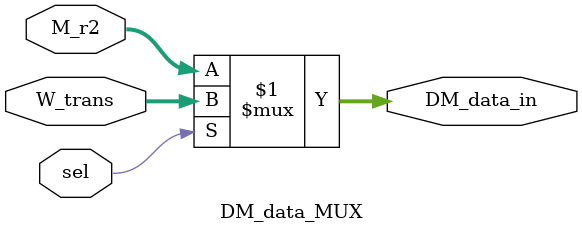
<source format=v>
`timescale 1ns / 1ps
module DM_data_MUX(
    input [31:0]M_r2,
    input [31:0]W_trans,
    input sel,
    output [31:0]DM_data_in
    );
	 
	 assign DM_data_in = (sel)? W_trans :M_r2;


endmodule

</source>
